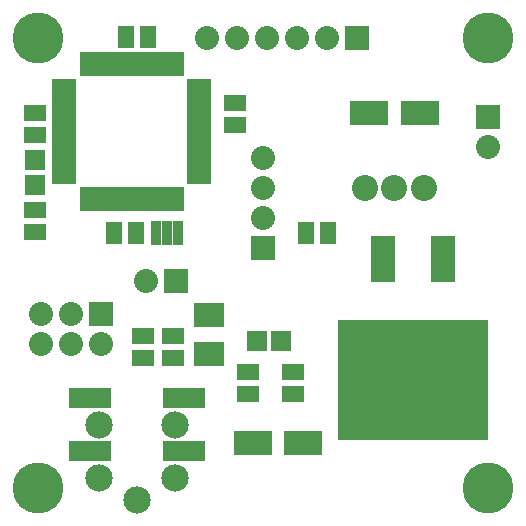
<source format=gts>
G04 (created by PCBNEW-RS274X (2011-nov-30)-testing) date Tue 24 Jan 2012 06:26:41 PM EST*
G01*
G70*
G90*
%MOIN*%
G04 Gerber Fmt 3.4, Leading zero omitted, Abs format*
%FSLAX34Y34*%
G04 APERTURE LIST*
%ADD10C,0.006000*%
%ADD11R,0.130200X0.083000*%
%ADD12C,0.086900*%
%ADD13R,0.067200X0.067200*%
%ADD14R,0.080000X0.080000*%
%ADD15C,0.080000*%
%ADD16R,0.075000X0.055000*%
%ADD17R,0.055000X0.075000*%
%ADD18R,0.100000X0.080000*%
%ADD19R,0.500300X0.403900*%
%ADD20R,0.083000X0.157800*%
%ADD21R,0.080000X0.036000*%
%ADD22R,0.036000X0.080000*%
%ADD23C,0.170000*%
%ADD24R,0.142000X0.071200*%
%ADD25C,0.090900*%
%ADD26R,0.031800X0.083000*%
G04 APERTURE END LIST*
G54D10*
G54D11*
X60654Y-63000D03*
X62346Y-63000D03*
X64529Y-52000D03*
X66221Y-52000D03*
G54D12*
X66359Y-54500D03*
X65375Y-54500D03*
X64391Y-54500D03*
G54D13*
X60787Y-59600D03*
X61613Y-59600D03*
X53400Y-53587D03*
X53400Y-54413D03*
G54D14*
X64125Y-49500D03*
G54D15*
X63125Y-49500D03*
X62125Y-49500D03*
X61125Y-49500D03*
X60125Y-49500D03*
X59125Y-49500D03*
G54D14*
X68500Y-52125D03*
G54D15*
X68500Y-53125D03*
G54D14*
X58100Y-57600D03*
G54D15*
X57100Y-57600D03*
G54D14*
X55600Y-58700D03*
G54D15*
X55600Y-59700D03*
X54600Y-58700D03*
X54600Y-59700D03*
X53600Y-58700D03*
X53600Y-59700D03*
G54D16*
X62000Y-60625D03*
X62000Y-61375D03*
X53400Y-55225D03*
X53400Y-55975D03*
G54D17*
X56025Y-56000D03*
X56775Y-56000D03*
G54D16*
X58000Y-60175D03*
X58000Y-59425D03*
X57000Y-60175D03*
X57000Y-59425D03*
G54D17*
X63175Y-56000D03*
X62425Y-56000D03*
G54D16*
X60500Y-60625D03*
X60500Y-61375D03*
X53400Y-52005D03*
X53400Y-52755D03*
G54D17*
X57175Y-49480D03*
X56425Y-49480D03*
G54D16*
X60055Y-52414D03*
X60055Y-51664D03*
G54D18*
X59200Y-58750D03*
X59200Y-60050D03*
G54D19*
X66000Y-60907D03*
G54D20*
X67000Y-56862D03*
X65000Y-56862D03*
G54D21*
X54375Y-52625D03*
X54375Y-52940D03*
X54375Y-53255D03*
X54375Y-53570D03*
X54375Y-53885D03*
X54375Y-54200D03*
X54375Y-52310D03*
X54375Y-51995D03*
X54375Y-51680D03*
X54375Y-51365D03*
X54375Y-51050D03*
X58875Y-52625D03*
X58875Y-52940D03*
X58875Y-53255D03*
X58875Y-53570D03*
X58875Y-53885D03*
X58875Y-54200D03*
X58875Y-52310D03*
X58875Y-51995D03*
X58875Y-51680D03*
X58875Y-51365D03*
X58875Y-51050D03*
G54D22*
X56625Y-54875D03*
X56625Y-50375D03*
X56940Y-54875D03*
X56940Y-50375D03*
X57255Y-50375D03*
X57255Y-54875D03*
X57570Y-54875D03*
X57570Y-50375D03*
X57885Y-50375D03*
X57885Y-54875D03*
X58200Y-54875D03*
X58200Y-50375D03*
X56310Y-50375D03*
X56310Y-54875D03*
X55995Y-54875D03*
X55995Y-50375D03*
X55680Y-50375D03*
X55680Y-54875D03*
X55365Y-54875D03*
X55365Y-50375D03*
X55050Y-50375D03*
X55050Y-54875D03*
G54D23*
X68500Y-49500D03*
X53500Y-49500D03*
X53500Y-64500D03*
X68500Y-64500D03*
G54D24*
X58365Y-61514D03*
X55235Y-61514D03*
X55235Y-63286D03*
X58365Y-63286D03*
G54D25*
X55520Y-62400D03*
X58080Y-62400D03*
X55520Y-64172D03*
X58080Y-64172D03*
X56800Y-64900D03*
G54D14*
X61000Y-56500D03*
G54D15*
X61000Y-55500D03*
X61000Y-54500D03*
X61000Y-53500D03*
G54D26*
X57800Y-56000D03*
X57426Y-56000D03*
X58174Y-56000D03*
M02*

</source>
